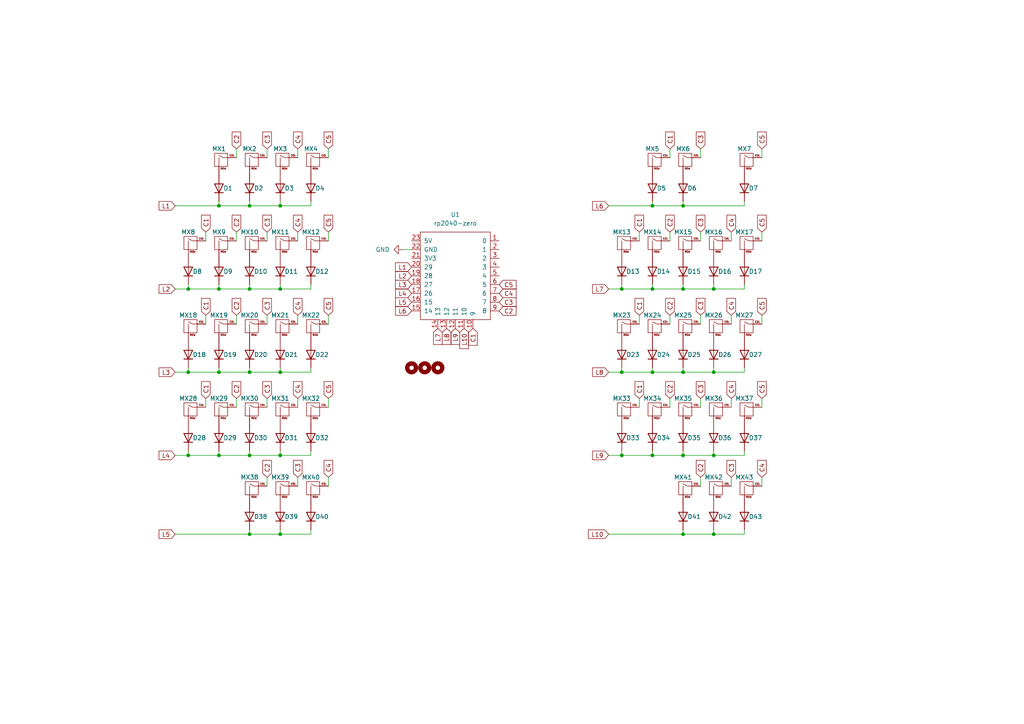
<source format=kicad_sch>
(kicad_sch (version 20230121) (generator eeschema)
  (paper "A4")
  (lib_symbols
    (symbol "Diode:1N4148" (pin_numbers hide) (pin_names hide)
      (property "Reference" "D" (at 0 2.54 0))
      (property "Value" "1N4148" (at 0 -2.54 0))
      (symbol "1N4148_0_1"
        (polyline (pts (xy -1.27 1.27) (xy -1.27 -1.27)) (stroke (width 0.254)))
        (polyline (pts (xy 1.27 0) (xy -1.27 0)))
        (polyline (pts (xy 1.27 1.27) (xy 1.27 -1.27) (xy -1.27 0) (xy 1.27 1.27)) (stroke (width 0.254)))
      )
      (symbol "1N4148_1_1"
        (pin passive line (at -3.81 0 0) (length 2.54) (name "K") (number "1"))
        (pin passive line (at 3.81 0 180) (length 2.54) (name "A") (number "2"))
      )
    )
    (symbol "Mechanical:MountingHole" (pin_names (offset 1.016))
      (property "Reference" "H" (at 0 5.08 0))
      (property "Value" "MountingHole" (at 0 3.175 0))
      (symbol "MountingHole_0_1"
        (circle (center 0 0) (radius 1.27) (stroke (width 1.27)))
      )
    )
    (symbol "PCM_0xcb:MX" (pin_names (offset 1.016))
      (property "Reference" "MX" (at -0.635 1.905 0))
      (property "Value" "MX" (at 0.635 0.635 0))
      (symbol "MX_1_0"
        (text "COL" (at 2.54 0.635 0) (effects (font (size 0.508 0.508))))
      )
      (symbol "MX_1_1"
        (polyline (pts (xy -1.27 -2.54) (xy -1.27 0)))
        (polyline (pts (xy 1.27 0) (xy 0 0) (xy -1.27 0.635)))
        (polyline (pts (xy -2.54 1.27) (xy 1.27 1.27) (xy 1.27 -2.54) (xy -2.54 -2.54) (xy -2.54 1.27)))
        (text "ROW" (at 0 -3.175 0) (effects (font (size 0.508 0.508))))
        (pin passive line (at 3.81 0 180) (length 2.54) (name "COL") (number "1"))
        (pin passive line (at -1.27 -5.08 90) (length 2.54) (name "ROW") (number "2"))
      )
    )
    (symbol "_mcu:rp2040-zero" (pin_names (offset 1.016))
      (property "Reference" "U" (at 0 15.24 0))
      (property "Value" "rp2040-zero" (at 0 12.7 0))
      (symbol "rp2040-zero_0_1"
        (rectangle (start -10.16 11.43) (end 10.16 -13.97))
      )
      (symbol "rp2040-zero_1_1"
        (pin bidirectional line (at 12.7 8.89 180) (length 2.54) (name "0") (number "1"))
        (pin bidirectional line (at 5.08 -16.51 90) (length 2.54) (name "9") (number "10"))
        (pin bidirectional line (at 2.54 -16.51 90) (length 2.54) (name "10") (number "11"))
        (pin bidirectional line (at 0 -16.51 90) (length 2.54) (name "11") (number "12"))
        (pin bidirectional line (at -2.54 -16.51 90) (length 2.54) (name "12") (number "13"))
        (pin bidirectional line (at -5.08 -16.51 90) (length 2.54) (name "13") (number "14"))
        (pin bidirectional line (at -12.7 -11.43 0) (length 2.54) (name "14") (number "15"))
        (pin bidirectional line (at -12.7 -8.89 0) (length 2.54) (name "15") (number "16"))
        (pin bidirectional line (at -12.7 -6.35 0) (length 2.54) (name "26") (number "17"))
        (pin bidirectional line (at -12.7 -3.81 0) (length 2.54) (name "27") (number "18"))
        (pin bidirectional line (at -12.7 -1.27 0) (length 2.54) (name "28") (number "19"))
        (pin bidirectional line (at 12.7 6.35 180) (length 2.54) (name "1") (number "2"))
        (pin bidirectional line (at -12.7 1.27 0) (length 2.54) (name "29") (number "20"))
        (pin power_out line (at -12.7 3.81 0) (length 2.54) (name "3V3") (number "21"))
        (pin power_out line (at -12.7 6.35 0) (length 2.54) (name "GND") (number "22"))
        (pin power_out line (at -12.7 8.89 0) (length 2.54) (name "5V") (number "23"))
        (pin bidirectional line (at 12.7 3.81 180) (length 2.54) (name "2") (number "3"))
        (pin bidirectional line (at 12.7 1.27 180) (length 2.54) (name "3") (number "4"))
        (pin bidirectional line (at 12.7 -1.27 180) (length 2.54) (name "4") (number "5"))
        (pin bidirectional line (at 12.7 -3.81 180) (length 2.54) (name "5") (number "6"))
        (pin bidirectional line (at 12.7 -6.35 180) (length 2.54) (name "6") (number "7"))
        (pin bidirectional line (at 12.7 -8.89 180) (length 2.54) (name "7") (number "8"))
        (pin bidirectional line (at 12.7 -11.43 180) (length 2.54) (name "8") (number "9"))
      )
    )
    (symbol "power:GND" (power) (pin_names (offset 0))
      (property "Value" "GND" (at 0 -3.81 0))
      (symbol "GND_0_1"
        (polyline (pts (xy 0 0) (xy 0 -1.27) (xy 1.27 -1.27) (xy 0 -2.54) (xy -1.27 -1.27) (xy 0 -1.27)))
      )
      (symbol "GND_1_1"
        (pin power_in line (at 0 0 270) (length 0) hide (name "GND") (number "1"))
      )
    )
  )
  (junction (at 63.5 59.69))
  (junction (at 72.39 83.82))
  (junction (at 63.5 83.82))
  (junction (at 207.01 132.08))
  (junction (at 207.01 154.94))
  (junction (at 198.12 107.95))
  (junction (at 81.28 59.69))
  (junction (at 189.23 107.95))
  (junction (at 81.28 83.82))
  (junction (at 198.12 59.69))
  (junction (at 189.23 59.69))
  (junction (at 180.34 132.08))
  (junction (at 81.28 154.94))
  (junction (at 198.12 132.08))
  (junction (at 54.61 132.08))
  (junction (at 198.12 83.82))
  (junction (at 189.23 83.82))
  (junction (at 81.28 107.95))
  (junction (at 189.23 132.08))
  (junction (at 54.61 83.82))
  (junction (at 180.34 107.95))
  (junction (at 72.39 154.94))
  (junction (at 72.39 132.08))
  (junction (at 54.61 107.95))
  (junction (at 198.12 154.94))
  (junction (at 81.28 132.08))
  (junction (at 63.5 107.95))
  (junction (at 207.01 83.82))
  (junction (at 180.34 83.82))
  (junction (at 63.5 132.08))
  (junction (at 72.39 59.69))
  (junction (at 72.39 107.95))
  (junction (at 207.01 107.95))
  (wire (pts (xy 176.53 132.08) (xy 180.34 132.08)))
  (wire (pts (xy 95.25 138.43) (xy 95.25 140.97)))
  (wire (pts (xy 176.53 59.69) (xy 189.23 59.69)))
  (wire (pts (xy 220.98 43.18) (xy 220.98 45.72)))
  (wire (pts (xy 220.98 67.31) (xy 220.98 69.85)))
  (wire (pts (xy 198.12 83.82) (xy 198.12 82.55)))
  (wire (pts (xy 185.42 67.31) (xy 185.42 69.85)))
  (wire (pts (xy 95.25 43.18) (xy 95.25 45.72)))
  (wire (pts (xy 189.23 132.08) (xy 198.12 132.08)))
  (wire (pts (xy 86.36 43.18) (xy 86.36 45.72)))
  (wire (pts (xy 81.28 132.08) (xy 90.17 132.08)))
  (wire (pts (xy 203.2 91.44) (xy 203.2 93.98)))
  (wire (pts (xy 212.09 91.44) (xy 212.09 93.98)))
  (wire (pts (xy 220.98 138.43) (xy 220.98 140.97)))
  (wire (pts (xy 72.39 132.08) (xy 81.28 132.08)))
  (wire (pts (xy 54.61 107.95) (xy 63.5 107.95)))
  (wire (pts (xy 194.31 43.18) (xy 194.31 45.72)))
  (wire (pts (xy 81.28 59.69) (xy 81.28 58.42)))
  (wire (pts (xy 176.53 107.95) (xy 180.34 107.95)))
  (wire (pts (xy 81.28 154.94) (xy 81.28 153.67)))
  (wire (pts (xy 72.39 83.82) (xy 81.28 83.82)))
  (wire (pts (xy 198.12 132.08) (xy 207.01 132.08)))
  (wire (pts (xy 198.12 154.94) (xy 198.12 153.67)))
  (wire (pts (xy 198.12 132.08) (xy 198.12 130.81)))
  (wire (pts (xy 81.28 132.08) (xy 81.28 130.81)))
  (wire (pts (xy 180.34 132.08) (xy 189.23 132.08)))
  (wire (pts (xy 72.39 154.94) (xy 81.28 154.94)))
  (wire (pts (xy 68.58 91.44) (xy 68.58 93.98)))
  (wire (pts (xy 59.69 67.31) (xy 59.69 69.85)))
  (wire (pts (xy 81.28 83.82) (xy 90.17 83.82)))
  (wire (pts (xy 198.12 107.95) (xy 198.12 106.68)))
  (wire (pts (xy 207.01 154.94) (xy 215.9 154.94)))
  (wire (pts (xy 176.53 83.82) (xy 180.34 83.82)))
  (wire (pts (xy 77.47 67.31) (xy 77.47 69.85)))
  (wire (pts (xy 63.5 59.69) (xy 63.5 58.42)))
  (wire (pts (xy 90.17 59.69) (xy 90.17 58.42)))
  (wire (pts (xy 189.23 59.69) (xy 198.12 59.69)))
  (wire (pts (xy 50.8 59.69) (xy 63.5 59.69)))
  (wire (pts (xy 180.34 107.95) (xy 180.34 106.68)))
  (wire (pts (xy 194.31 115.57) (xy 194.31 118.11)))
  (wire (pts (xy 81.28 107.95) (xy 90.17 107.95)))
  (wire (pts (xy 215.9 83.82) (xy 215.9 82.55)))
  (wire (pts (xy 215.9 59.69) (xy 215.9 58.42)))
  (wire (pts (xy 95.25 67.31) (xy 95.25 69.85)))
  (wire (pts (xy 50.8 107.95) (xy 54.61 107.95)))
  (wire (pts (xy 81.28 154.94) (xy 90.17 154.94)))
  (wire (pts (xy 198.12 59.69) (xy 215.9 59.69)))
  (wire (pts (xy 72.39 83.82) (xy 72.39 82.55)))
  (wire (pts (xy 81.28 83.82) (xy 81.28 82.55)))
  (wire (pts (xy 72.39 59.69) (xy 72.39 58.42)))
  (wire (pts (xy 68.58 43.18) (xy 68.58 45.72)))
  (wire (pts (xy 207.01 107.95) (xy 207.01 106.68)))
  (wire (pts (xy 176.53 154.94) (xy 198.12 154.94)))
  (wire (pts (xy 212.09 67.31) (xy 212.09 69.85)))
  (wire (pts (xy 203.2 43.18) (xy 203.2 45.72)))
  (wire (pts (xy 207.01 132.08) (xy 207.01 130.81)))
  (wire (pts (xy 215.9 107.95) (xy 215.9 106.68)))
  (wire (pts (xy 72.39 132.08) (xy 72.39 130.81)))
  (wire (pts (xy 180.34 83.82) (xy 180.34 82.55)))
  (wire (pts (xy 194.31 91.44) (xy 194.31 93.98)))
  (wire (pts (xy 189.23 83.82) (xy 189.23 82.55)))
  (wire (pts (xy 63.5 132.08) (xy 63.5 130.81)))
  (wire (pts (xy 54.61 83.82) (xy 54.61 82.55)))
  (wire (pts (xy 72.39 107.95) (xy 72.39 106.68)))
  (wire (pts (xy 116.84 72.39) (xy 119.38 72.39)))
  (wire (pts (xy 95.25 91.44) (xy 95.25 93.98)))
  (wire (pts (xy 54.61 83.82) (xy 63.5 83.82)))
  (wire (pts (xy 77.47 43.18) (xy 77.47 45.72)))
  (wire (pts (xy 68.58 67.31) (xy 68.58 69.85)))
  (wire (pts (xy 72.39 154.94) (xy 72.39 153.67)))
  (wire (pts (xy 220.98 115.57) (xy 220.98 118.11)))
  (wire (pts (xy 198.12 83.82) (xy 207.01 83.82)))
  (wire (pts (xy 63.5 83.82) (xy 63.5 82.55)))
  (wire (pts (xy 81.28 107.95) (xy 81.28 106.68)))
  (wire (pts (xy 77.47 138.43) (xy 77.47 140.97)))
  (wire (pts (xy 63.5 107.95) (xy 63.5 106.68)))
  (wire (pts (xy 189.23 107.95) (xy 189.23 106.68)))
  (wire (pts (xy 212.09 115.57) (xy 212.09 118.11)))
  (wire (pts (xy 203.2 115.57) (xy 203.2 118.11)))
  (wire (pts (xy 72.39 107.95) (xy 81.28 107.95)))
  (wire (pts (xy 86.36 115.57) (xy 86.36 118.11)))
  (wire (pts (xy 189.23 83.82) (xy 198.12 83.82)))
  (wire (pts (xy 50.8 83.82) (xy 54.61 83.82)))
  (wire (pts (xy 86.36 67.31) (xy 86.36 69.85)))
  (wire (pts (xy 54.61 132.08) (xy 63.5 132.08)))
  (wire (pts (xy 77.47 115.57) (xy 77.47 118.11)))
  (wire (pts (xy 81.28 59.69) (xy 90.17 59.69)))
  (wire (pts (xy 54.61 107.95) (xy 54.61 106.68)))
  (wire (pts (xy 207.01 83.82) (xy 215.9 83.82)))
  (wire (pts (xy 189.23 107.95) (xy 198.12 107.95)))
  (wire (pts (xy 180.34 83.82) (xy 189.23 83.82)))
  (wire (pts (xy 207.01 132.08) (xy 215.9 132.08)))
  (wire (pts (xy 212.09 138.43) (xy 212.09 140.97)))
  (wire (pts (xy 207.01 154.94) (xy 207.01 153.67)))
  (wire (pts (xy 72.39 59.69) (xy 81.28 59.69)))
  (wire (pts (xy 215.9 154.94) (xy 215.9 153.67)))
  (wire (pts (xy 198.12 154.94) (xy 207.01 154.94)))
  (wire (pts (xy 198.12 59.69) (xy 198.12 58.42)))
  (wire (pts (xy 95.25 115.57) (xy 95.25 118.11)))
  (wire (pts (xy 50.8 132.08) (xy 54.61 132.08)))
  (wire (pts (xy 63.5 59.69) (xy 72.39 59.69)))
  (wire (pts (xy 90.17 132.08) (xy 90.17 130.81)))
  (wire (pts (xy 50.8 154.94) (xy 72.39 154.94)))
  (wire (pts (xy 54.61 132.08) (xy 54.61 130.81)))
  (wire (pts (xy 198.12 107.95) (xy 207.01 107.95)))
  (wire (pts (xy 207.01 83.82) (xy 207.01 82.55)))
  (wire (pts (xy 63.5 132.08) (xy 72.39 132.08)))
  (wire (pts (xy 189.23 132.08) (xy 189.23 130.81)))
  (wire (pts (xy 203.2 138.43) (xy 203.2 140.97)))
  (wire (pts (xy 59.69 91.44) (xy 59.69 93.98)))
  (wire (pts (xy 180.34 107.95) (xy 189.23 107.95)))
  (wire (pts (xy 207.01 107.95) (xy 215.9 107.95)))
  (wire (pts (xy 86.36 91.44) (xy 86.36 93.98)))
  (wire (pts (xy 68.58 115.57) (xy 68.58 118.11)))
  (wire (pts (xy 63.5 107.95) (xy 72.39 107.95)))
  (wire (pts (xy 185.42 115.57) (xy 185.42 118.11)))
  (wire (pts (xy 59.69 115.57) (xy 59.69 118.11)))
  (wire (pts (xy 63.5 83.82) (xy 72.39 83.82)))
  (wire (pts (xy 215.9 132.08) (xy 215.9 130.81)))
  (wire (pts (xy 90.17 107.95) (xy 90.17 106.68)))
  (wire (pts (xy 180.34 132.08) (xy 180.34 130.81)))
  (wire (pts (xy 203.2 67.31) (xy 203.2 69.85)))
  (wire (pts (xy 90.17 154.94) (xy 90.17 153.67)))
  (wire (pts (xy 189.23 59.69) (xy 189.23 58.42)))
  (wire (pts (xy 185.42 91.44) (xy 185.42 93.98)))
  (wire (pts (xy 86.36 138.43) (xy 86.36 140.97)))
  (wire (pts (xy 77.47 91.44) (xy 77.47 93.98)))
  (wire (pts (xy 220.98 91.44) (xy 220.98 93.98)))
  (wire (pts (xy 90.17 83.82) (xy 90.17 82.55)))
  (wire (pts (xy 194.31 67.31) (xy 194.31 69.85)))
  (global_label "C4" (shape input) (at 220.98 138.43 90) (property "Intersheetrefs" "${INTERSHEET_REFS}" (effects hide)))
  (global_label "L9" (shape input) (at 176.53 132.08 180) (property "Intersheetrefs" "${INTERSHEET_REFS}" (effects hide)))
  (global_label "C5" (shape input) (at 144.78 82.55 0) (property "Intersheetrefs" "${INTERSHEET_REFS}" (effects hide)))
  (global_label "C4" (shape input) (at 212.09 91.44 90) (property "Intersheetrefs" "${INTERSHEET_REFS}" (effects hide)))
  (global_label "C3" (shape input) (at 203.2 91.44 90) (property "Intersheetrefs" "${INTERSHEET_REFS}" (effects hide)))
  (global_label "C2" (shape input) (at 144.78 90.17 0) (property "Intersheetrefs" "${INTERSHEET_REFS}" (effects hide)))
  (global_label "C4" (shape input) (at 212.09 115.57 90) (property "Intersheetrefs" "${INTERSHEET_REFS}" (effects hide)))
  (global_label "C3" (shape input) (at 203.2 67.31 90) (property "Intersheetrefs" "${INTERSHEET_REFS}" (effects hide)))
  (global_label "L4" (shape input) (at 50.8 132.08 180) (property "Intersheetrefs" "${INTERSHEET_REFS}" (effects hide)))
  (global_label "C3" (shape input) (at 144.78 87.63 0) (property "Intersheetrefs" "${INTERSHEET_REFS}" (effects hide)))
  (global_label "L10" (shape input) (at 176.53 154.94 180) (property "Intersheetrefs" "${INTERSHEET_REFS}" (effects hide)))
  (global_label "C4" (shape input) (at 86.36 67.31 90) (property "Intersheetrefs" "${INTERSHEET_REFS}" (effects hide)))
  (global_label "C3" (shape input) (at 86.36 138.43 90) (property "Intersheetrefs" "${INTERSHEET_REFS}" (effects hide)))
  (global_label "C3" (shape input) (at 203.2 115.57 90) (property "Intersheetrefs" "${INTERSHEET_REFS}" (effects hide)))
  (global_label "L10" (shape input) (at 134.62 95.25 270) (property "Intersheetrefs" "${INTERSHEET_REFS}" (effects hide)))
  (global_label "L1" (shape input) (at 50.8 59.69 180) (property "Intersheetrefs" "${INTERSHEET_REFS}" (effects hide)))
  (global_label "C2" (shape input) (at 68.58 43.18 90) (property "Intersheetrefs" "${INTERSHEET_REFS}" (effects hide)))
  (global_label "C3" (shape input) (at 77.47 115.57 90) (property "Intersheetrefs" "${INTERSHEET_REFS}" (effects hide)))
  (global_label "L7" (shape input) (at 127 95.25 270) (property "Intersheetrefs" "${INTERSHEET_REFS}" (effects hide)))
  (global_label "C5" (shape input) (at 95.25 67.31 90) (property "Intersheetrefs" "${INTERSHEET_REFS}" (effects hide)))
  (global_label "C4" (shape input) (at 86.36 115.57 90) (property "Intersheetrefs" "${INTERSHEET_REFS}" (effects hide)))
  (global_label "L3" (shape input) (at 50.8 107.95 180) (property "Intersheetrefs" "${INTERSHEET_REFS}" (effects hide)))
  (global_label "C1" (shape input) (at 185.42 67.31 90) (property "Intersheetrefs" "${INTERSHEET_REFS}" (effects hide)))
  (global_label "C5" (shape input) (at 95.25 115.57 90) (property "Intersheetrefs" "${INTERSHEET_REFS}" (effects hide)))
  (global_label "C2" (shape input) (at 194.31 67.31 90) (property "Intersheetrefs" "${INTERSHEET_REFS}" (effects hide)))
  (global_label "C4" (shape input) (at 86.36 43.18 90) (property "Intersheetrefs" "${INTERSHEET_REFS}" (effects hide)))
  (global_label "L1" (shape input) (at 119.38 77.47 180) (property "Intersheetrefs" "${INTERSHEET_REFS}" (effects hide)))
  (global_label "C2" (shape input) (at 68.58 91.44 90) (property "Intersheetrefs" "${INTERSHEET_REFS}" (effects hide)))
  (global_label "C5" (shape input) (at 95.25 91.44 90) (property "Intersheetrefs" "${INTERSHEET_REFS}" (effects hide)))
  (global_label "L2" (shape input) (at 50.8 83.82 180) (property "Intersheetrefs" "${INTERSHEET_REFS}" (effects hide)))
  (global_label "L5" (shape input) (at 50.8 154.94 180) (property "Intersheetrefs" "${INTERSHEET_REFS}" (effects hide)))
  (global_label "C1" (shape input) (at 59.69 115.57 90) (property "Intersheetrefs" "${INTERSHEET_REFS}" (effects hide)))
  (global_label "L4" (shape input) (at 119.38 85.09 180) (property "Intersheetrefs" "${INTERSHEET_REFS}" (effects hide)))
  (global_label "C5" (shape input) (at 220.98 115.57 90) (property "Intersheetrefs" "${INTERSHEET_REFS}" (effects hide)))
  (global_label "C3" (shape input) (at 77.47 67.31 90) (property "Intersheetrefs" "${INTERSHEET_REFS}" (effects hide)))
  (global_label "L8" (shape input) (at 176.53 107.95 180) (property "Intersheetrefs" "${INTERSHEET_REFS}" (effects hide)))
  (global_label "C3" (shape input) (at 212.09 138.43 90) (property "Intersheetrefs" "${INTERSHEET_REFS}" (effects hide)))
  (global_label "L7" (shape input) (at 176.53 83.82 180) (property "Intersheetrefs" "${INTERSHEET_REFS}" (effects hide)))
  (global_label "L5" (shape input) (at 119.38 87.63 180) (property "Intersheetrefs" "${INTERSHEET_REFS}" (effects hide)))
  (global_label "C2" (shape input) (at 203.2 138.43 90) (property "Intersheetrefs" "${INTERSHEET_REFS}" (effects hide)))
  (global_label "C1" (shape input) (at 59.69 67.31 90) (property "Intersheetrefs" "${INTERSHEET_REFS}" (effects hide)))
  (global_label "C2" (shape input) (at 68.58 115.57 90) (property "Intersheetrefs" "${INTERSHEET_REFS}" (effects hide)))
  (global_label "L3" (shape input) (at 119.38 82.55 180) (property "Intersheetrefs" "${INTERSHEET_REFS}" (effects hide)))
  (global_label "C3" (shape input) (at 77.47 43.18 90) (property "Intersheetrefs" "${INTERSHEET_REFS}" (effects hide)))
  (global_label "L8" (shape input) (at 129.54 95.25 270) (property "Intersheetrefs" "${INTERSHEET_REFS}" (effects hide)))
  (global_label "C3" (shape input) (at 77.47 91.44 90) (property "Intersheetrefs" "${INTERSHEET_REFS}" (effects hide)))
  (global_label "C5" (shape input) (at 220.98 43.18 90) (property "Intersheetrefs" "${INTERSHEET_REFS}" (effects hide)))
  (global_label "C2" (shape input) (at 77.47 138.43 90) (property "Intersheetrefs" "${INTERSHEET_REFS}" (effects hide)))
  (global_label "C1" (shape input) (at 137.16 95.25 270) (property "Intersheetrefs" "${INTERSHEET_REFS}" (effects hide)))
  (global_label "C1" (shape input) (at 59.69 91.44 90) (property "Intersheetrefs" "${INTERSHEET_REFS}" (effects hide)))
  (global_label "C1" (shape input) (at 185.42 115.57 90) (property "Intersheetrefs" "${INTERSHEET_REFS}" (effects hide)))
  (global_label "C3" (shape input) (at 203.2 43.18 90) (property "Intersheetrefs" "${INTERSHEET_REFS}" (effects hide)))
  (global_label "C1" (shape input) (at 185.42 91.44 90) (property "Intersheetrefs" "${INTERSHEET_REFS}" (effects hide)))
  (global_label "L2" (shape input) (at 119.38 80.01 180) (property "Intersheetrefs" "${INTERSHEET_REFS}" (effects hide)))
  (global_label "C2" (shape input) (at 194.31 91.44 90) (property "Intersheetrefs" "${INTERSHEET_REFS}" (effects hide)))
  (global_label "C5" (shape input) (at 95.25 43.18 90) (property "Intersheetrefs" "${INTERSHEET_REFS}" (effects hide)))
  (global_label "L6" (shape input) (at 119.38 90.17 180) (property "Intersheetrefs" "${INTERSHEET_REFS}" (effects hide)))
  (global_label "C4" (shape input) (at 144.78 85.09 0) (property "Intersheetrefs" "${INTERSHEET_REFS}" (effects hide)))
  (global_label "C2" (shape input) (at 68.58 67.31 90) (property "Intersheetrefs" "${INTERSHEET_REFS}" (effects hide)))
  (global_label "C2" (shape input) (at 194.31 115.57 90) (property "Intersheetrefs" "${INTERSHEET_REFS}" (effects hide)))
  (global_label "C5" (shape input) (at 220.98 91.44 90) (property "Intersheetrefs" "${INTERSHEET_REFS}" (effects hide)))
  (global_label "L9" (shape input) (at 132.08 95.25 270) (property "Intersheetrefs" "${INTERSHEET_REFS}" (effects hide)))
  (global_label "L6" (shape input) (at 176.53 59.69 180) (property "Intersheetrefs" "${INTERSHEET_REFS}" (effects hide)))
  (global_label "C4" (shape input) (at 212.09 67.31 90) (property "Intersheetrefs" "${INTERSHEET_REFS}" (effects hide)))
  (global_label "C4" (shape input) (at 95.25 138.43 90) (property "Intersheetrefs" "${INTERSHEET_REFS}" (effects hide)))
  (global_label "C4" (shape input) (at 86.36 91.44 90) (property "Intersheetrefs" "${INTERSHEET_REFS}" (effects hide)))
  (global_label "C1" (shape input) (at 194.31 43.18 90) (property "Intersheetrefs" "${INTERSHEET_REFS}" (effects hide)))
  (global_label "C5" (shape input) (at 220.98 67.31 90) (property "Intersheetrefs" "${INTERSHEET_REFS}" (effects hide)))
  (symbol (lib_id "PCM_0xcb:MX") (at 190.5 93.98 0) (unit 1)
    (property "Reference" "MX24" (at 189.23 91.44 0))
    (property "Value" "MX" (effects hide))
    (property "Footprint" "_mx:MX-Alps-Hybrid-1U" (effects hide))
  )
  (symbol (lib_id "Diode:1N4148") (at 63.5 78.74 90) (unit 1)
    (property "Reference" "D9" (at 64.77 78.74 90) (effects (justify right)))
    (property "Value" "1N4148" (effects hide))
    (property "Footprint" "Diode_THT:D_DO-35_SOD27_P7.62mm_Horizontal" (effects hide))
    (property "Datasheet" "https://assets.nexperia.com/documents/data-sheet/1N4148_1N4448.pdf" (effects hide))
    (property "Sim.Device" "D" (effects hide))
    (property "Sim.Pins" "1=K 2=A" (effects hide))
  )
  (symbol (lib_id "Diode:1N4148") (at 198.12 102.87 90) (unit 1)
    (property "Reference" "D25" (at 199.39 102.87 90) (effects (justify right)))
    (property "Value" "1N4148" (effects hide))
    (property "Footprint" "Diode_THT:D_DO-35_SOD27_P7.62mm_Horizontal" (effects hide))
    (property "Datasheet" "https://assets.nexperia.com/documents/data-sheet/1N4148_1N4448.pdf" (effects hide))
    (property "Sim.Device" "D" (effects hide))
    (property "Sim.Pins" "1=K 2=A" (effects hide))
  )
  (symbol (lib_id "_mcu:rp2040-zero") (at 132.08 78.74 0) (unit 1)
    (property "Reference" "U1" (at 132.08 62.23 0))
    (property "Value" "rp2040-zero" (at 132.08 64.77 0))
    (property "Footprint" "_mcu:rp2040-zero-tht" (effects hide))
  )
  (symbol (lib_id "PCM_0xcb:MX") (at 73.66 45.72 0) (unit 1)
    (property "Reference" "MX2" (at 72.39 43.18 0))
    (property "Value" "MX" (effects hide))
    (property "Footprint" "_mx:MX-Alps-Hybrid-1U" (effects hide))
  )
  (symbol (lib_id "PCM_0xcb:MX") (at 82.55 140.97 0) (unit 1)
    (property "Reference" "MX39" (at 81.28 138.43 0))
    (property "Value" "MX" (effects hide))
    (property "Footprint" "_mx:MX-Alps-Hybrid-1U" (effects hide))
  )
  (symbol (lib_id "Diode:1N4148") (at 90.17 127 90) (unit 1)
    (property "Reference" "D32" (at 91.44 127 90) (effects (justify right)))
    (property "Value" "1N4148" (effects hide))
    (property "Footprint" "Diode_THT:D_DO-35_SOD27_P7.62mm_Horizontal" (effects hide))
    (property "Datasheet" "https://assets.nexperia.com/documents/data-sheet/1N4148_1N4448.pdf" (effects hide))
    (property "Sim.Device" "D" (effects hide))
    (property "Sim.Pins" "1=K 2=A" (effects hide))
  )
  (symbol (lib_id "Diode:1N4148") (at 189.23 127 90) (unit 1)
    (property "Reference" "D34" (at 190.5 127 90) (effects (justify right)))
    (property "Value" "1N4148" (effects hide))
    (property "Footprint" "Diode_THT:D_DO-35_SOD27_P7.62mm_Horizontal" (effects hide))
    (property "Datasheet" "https://assets.nexperia.com/documents/data-sheet/1N4148_1N4448.pdf" (effects hide))
    (property "Sim.Device" "D" (effects hide))
    (property "Sim.Pins" "1=K 2=A" (effects hide))
  )
  (symbol (lib_id "Diode:1N4148") (at 81.28 127 90) (unit 1)
    (property "Reference" "D31" (at 82.55 127 90) (effects (justify right)))
    (property "Value" "1N4148" (effects hide))
    (property "Footprint" "Diode_THT:D_DO-35_SOD27_P7.62mm_Horizontal" (effects hide))
    (property "Datasheet" "https://assets.nexperia.com/documents/data-sheet/1N4148_1N4448.pdf" (effects hide))
    (property "Sim.Device" "D" (effects hide))
    (property "Sim.Pins" "1=K 2=A" (effects hide))
  )
  (symbol (lib_id "Diode:1N4148") (at 207.01 102.87 90) (unit 1)
    (property "Reference" "D26" (at 208.28 102.87 90) (effects (justify right)))
    (property "Value" "1N4148" (effects hide))
    (property "Footprint" "Diode_THT:D_DO-35_SOD27_P7.62mm_Horizontal" (effects hide))
    (property "Datasheet" "https://assets.nexperia.com/documents/data-sheet/1N4148_1N4448.pdf" (effects hide))
    (property "Sim.Device" "D" (effects hide))
    (property "Sim.Pins" "1=K 2=A" (effects hide))
  )
  (symbol (lib_id "PCM_0xcb:MX") (at 55.88 118.11 0) (unit 1)
    (property "Reference" "MX28" (at 54.61 115.57 0))
    (property "Value" "MX" (effects hide))
    (property "Footprint" "_mx:MX-Alps-Hybrid-1.25U" (effects hide))
  )
  (symbol (lib_id "PCM_0xcb:MX") (at 199.39 93.98 0) (unit 1)
    (property "Reference" "MX25" (at 198.12 91.44 0))
    (property "Value" "MX" (effects hide))
    (property "Footprint" "_mx:MX-Alps-Hybrid-1U" (effects hide))
  )
  (symbol (lib_id "PCM_0xcb:MX") (at 217.17 69.85 0) (unit 1)
    (property "Reference" "MX17" (at 215.9 67.31 0))
    (property "Value" "MX" (effects hide))
    (property "Footprint" "_mx:MX-Alps-Hybrid-1U" (effects hide))
  )
  (symbol (lib_id "Diode:1N4148") (at 81.28 78.74 90) (unit 1)
    (property "Reference" "D11" (at 82.55 78.74 90) (effects (justify right)))
    (property "Value" "1N4148" (effects hide))
    (property "Footprint" "Diode_THT:D_DO-35_SOD27_P7.62mm_Horizontal" (effects hide))
    (property "Datasheet" "https://assets.nexperia.com/documents/data-sheet/1N4148_1N4448.pdf" (effects hide))
    (property "Sim.Device" "D" (effects hide))
    (property "Sim.Pins" "1=K 2=A" (effects hide))
  )
  (symbol (lib_id "Diode:1N4148") (at 215.9 78.74 90) (unit 1)
    (property "Reference" "D17" (at 217.17 78.74 90) (effects (justify right)))
    (property "Value" "1N4148" (effects hide))
    (property "Footprint" "Diode_THT:D_DO-35_SOD27_P7.62mm_Horizontal" (effects hide))
    (property "Datasheet" "https://assets.nexperia.com/documents/data-sheet/1N4148_1N4448.pdf" (effects hide))
    (property "Sim.Device" "D" (effects hide))
    (property "Sim.Pins" "1=K 2=A" (effects hide))
  )
  (symbol (lib_id "Diode:1N4148") (at 90.17 78.74 90) (unit 1)
    (property "Reference" "D12" (at 91.44 78.74 90) (effects (justify right)))
    (property "Value" "1N4148" (effects hide))
    (property "Footprint" "Diode_THT:D_DO-35_SOD27_P7.62mm_Horizontal" (effects hide))
    (property "Datasheet" "https://assets.nexperia.com/documents/data-sheet/1N4148_1N4448.pdf" (effects hide))
    (property "Sim.Device" "D" (effects hide))
    (property "Sim.Pins" "1=K 2=A" (effects hide))
  )
  (symbol (lib_id "Diode:1N4148") (at 207.01 149.86 90) (unit 1)
    (property "Reference" "D42" (at 208.28 149.86 90) (effects (justify right)))
    (property "Value" "1N4148" (effects hide))
    (property "Footprint" "Diode_THT:D_DO-35_SOD27_P7.62mm_Horizontal" (effects hide))
    (property "Datasheet" "https://assets.nexperia.com/documents/data-sheet/1N4148_1N4448.pdf" (effects hide))
    (property "Sim.Device" "D" (effects hide))
    (property "Sim.Pins" "1=K 2=A" (effects hide))
  )
  (symbol (lib_id "PCM_0xcb:MX") (at 208.28 118.11 0) (unit 1)
    (property "Reference" "MX36" (at 207.01 115.57 0))
    (property "Value" "MX" (effects hide))
    (property "Footprint" "_mx:MX-Alps-Hybrid-1U" (effects hide))
  )
  (symbol (lib_id "Diode:1N4148") (at 180.34 78.74 90) (unit 1)
    (property "Reference" "D13" (at 181.61 78.74 90) (effects (justify right)))
    (property "Value" "1N4148" (effects hide))
    (property "Footprint" "Diode_THT:D_DO-35_SOD27_P7.62mm_Horizontal" (effects hide))
    (property "Datasheet" "https://assets.nexperia.com/documents/data-sheet/1N4148_1N4448.pdf" (effects hide))
    (property "Sim.Device" "D" (effects hide))
    (property "Sim.Pins" "1=K 2=A" (effects hide))
  )
  (symbol (lib_id "Diode:1N4148") (at 180.34 127 90) (unit 1)
    (property "Reference" "D33" (at 181.61 127 90) (effects (justify right)))
    (property "Value" "1N4148" (effects hide))
    (property "Footprint" "Diode_THT:D_DO-35_SOD27_P7.62mm_Horizontal" (effects hide))
    (property "Datasheet" "https://assets.nexperia.com/documents/data-sheet/1N4148_1N4448.pdf" (effects hide))
    (property "Sim.Device" "D" (effects hide))
    (property "Sim.Pins" "1=K 2=A" (effects hide))
  )
  (symbol (lib_id "Diode:1N4148") (at 63.5 54.61 90) (unit 1)
    (property "Reference" "D1" (at 64.77 54.61 90) (effects (justify right)))
    (property "Value" "1N4148" (effects hide))
    (property "Footprint" "Diode_THT:D_DO-35_SOD27_P7.62mm_Horizontal" (effects hide))
    (property "Datasheet" "https://assets.nexperia.com/documents/data-sheet/1N4148_1N4448.pdf" (effects hide))
    (property "Sim.Device" "D" (effects hide))
    (property "Sim.Pins" "1=K 2=A" (effects hide))
  )
  (symbol (lib_id "Diode:1N4148") (at 198.12 54.61 90) (unit 1)
    (property "Reference" "D6" (at 199.39 54.61 90) (effects (justify right)))
    (property "Value" "1N4148" (effects hide))
    (property "Footprint" "Diode_THT:D_DO-35_SOD27_P7.62mm_Horizontal" (effects hide))
    (property "Datasheet" "https://assets.nexperia.com/documents/data-sheet/1N4148_1N4448.pdf" (effects hide))
    (property "Sim.Device" "D" (effects hide))
    (property "Sim.Pins" "1=K 2=A" (effects hide))
  )
  (symbol (lib_id "PCM_0xcb:MX") (at 64.77 69.85 0) (unit 1)
    (property "Reference" "MX9" (at 63.5 67.31 0))
    (property "Value" "MX" (effects hide))
    (property "Footprint" "_mx:MX-Alps-Hybrid-1U" (effects hide))
  )
  (symbol (lib_id "Diode:1N4148") (at 63.5 102.87 90) (unit 1)
    (property "Reference" "D19" (at 64.77 102.87 90) (effects (justify right)))
    (property "Value" "1N4148" (effects hide))
    (property "Footprint" "Diode_THT:D_DO-35_SOD27_P7.62mm_Horizontal" (effects hide))
    (property "Datasheet" "https://assets.nexperia.com/documents/data-sheet/1N4148_1N4448.pdf" (effects hide))
    (property "Sim.Device" "D" (effects hide))
    (property "Sim.Pins" "1=K 2=A" (effects hide))
  )
  (symbol (lib_id "Diode:1N4148") (at 81.28 149.86 90) (unit 1)
    (property "Reference" "D39" (at 82.55 149.86 90) (effects (justify right)))
    (property "Value" "1N4148" (effects hide))
    (property "Footprint" "Diode_THT:D_DO-35_SOD27_P7.62mm_Horizontal" (effects hide))
    (property "Datasheet" "https://assets.nexperia.com/documents/data-sheet/1N4148_1N4448.pdf" (effects hide))
    (property "Sim.Device" "D" (effects hide))
    (property "Sim.Pins" "1=K 2=A" (effects hide))
  )
  (symbol (lib_id "PCM_0xcb:MX") (at 181.61 93.98 0) (unit 1)
    (property "Reference" "MX23" (at 180.34 91.44 0))
    (property "Value" "MX" (effects hide))
    (property "Footprint" "_mx:MX-Alps-Hybrid-1U" (effects hide))
  )
  (symbol (lib_id "PCM_0xcb:MX") (at 82.55 45.72 0) (unit 1)
    (property "Reference" "MX3" (at 81.28 43.18 0))
    (property "Value" "MX" (effects hide))
    (property "Footprint" "_mx:MX-Alps-Hybrid-1U" (effects hide))
  )
  (symbol (lib_id "Diode:1N4148") (at 189.23 54.61 90) (unit 1)
    (property "Reference" "D5" (at 190.5 54.61 90) (effects (justify right)))
    (property "Value" "1N4148" (effects hide))
    (property "Footprint" "Diode_THT:D_DO-35_SOD27_P7.62mm_Horizontal" (effects hide))
    (property "Datasheet" "https://assets.nexperia.com/documents/data-sheet/1N4148_1N4448.pdf" (effects hide))
    (property "Sim.Device" "D" (effects hide))
    (property "Sim.Pins" "1=K 2=A" (effects hide))
  )
  (symbol (lib_id "power:GND") (at 116.84 72.39 270) (unit 1)
    (property "Reference" "#PWR01" (effects hide))
    (property "Value" "GND" (at 113.03 72.39 90) (effects (justify right)))
  )
  (symbol (lib_id "PCM_0xcb:MX") (at 73.66 69.85 0) (unit 1)
    (property "Reference" "MX10" (at 72.39 67.31 0))
    (property "Value" "MX" (effects hide))
    (property "Footprint" "_mx:MX-Alps-Hybrid-1U" (effects hide))
  )
  (symbol (lib_id "Diode:1N4148") (at 198.12 78.74 90) (unit 1)
    (property "Reference" "D15" (at 199.39 78.74 90) (effects (justify right)))
    (property "Value" "1N4148" (effects hide))
    (property "Footprint" "Diode_THT:D_DO-35_SOD27_P7.62mm_Horizontal" (effects hide))
    (property "Datasheet" "https://assets.nexperia.com/documents/data-sheet/1N4148_1N4448.pdf" (effects hide))
    (property "Sim.Device" "D" (effects hide))
    (property "Sim.Pins" "1=K 2=A" (effects hide))
  )
  (symbol (lib_id "Diode:1N4148") (at 207.01 127 90) (unit 1)
    (property "Reference" "D36" (at 208.28 127 90) (effects (justify right)))
    (property "Value" "1N4148" (effects hide))
    (property "Footprint" "Diode_THT:D_DO-35_SOD27_P7.62mm_Horizontal" (effects hide))
    (property "Datasheet" "https://assets.nexperia.com/documents/data-sheet/1N4148_1N4448.pdf" (effects hide))
    (property "Sim.Device" "D" (effects hide))
    (property "Sim.Pins" "1=K 2=A" (effects hide))
  )
  (symbol (lib_id "Diode:1N4148") (at 180.34 102.87 90) (unit 1)
    (property "Reference" "D23" (at 181.61 102.87 90) (effects (justify right)))
    (property "Value" "1N4148" (effects hide))
    (property "Footprint" "Diode_THT:D_DO-35_SOD27_P7.62mm_Horizontal" (effects hide))
    (property "Datasheet" "https://assets.nexperia.com/documents/data-sheet/1N4148_1N4448.pdf" (effects hide))
    (property "Sim.Device" "D" (effects hide))
    (property "Sim.Pins" "1=K 2=A" (effects hide))
  )
  (symbol (lib_id "PCM_0xcb:MX") (at 82.55 93.98 0) (unit 1)
    (property "Reference" "MX21" (at 81.28 91.44 0))
    (property "Value" "MX" (effects hide))
    (property "Footprint" "_mx:MX-Alps-Hybrid-1U" (effects hide))
  )
  (symbol (lib_id "PCM_0xcb:MX") (at 91.44 93.98 0) (unit 1)
    (property "Reference" "MX22" (at 90.17 91.44 0))
    (property "Value" "MX" (effects hide))
    (property "Footprint" "_mx:MX-Alps-Hybrid-1U" (effects hide))
  )
  (symbol (lib_id "PCM_0xcb:MX") (at 82.55 118.11 0) (unit 1)
    (property "Reference" "MX31" (at 81.28 115.57 0))
    (property "Value" "MX" (effects hide))
    (property "Footprint" "_mx:MX-Alps-Hybrid-1U" (effects hide))
  )
  (symbol (lib_id "Diode:1N4148") (at 215.9 127 90) (unit 1)
    (property "Reference" "D37" (at 217.17 127 90) (effects (justify right)))
    (property "Value" "1N4148" (effects hide))
    (property "Footprint" "Diode_THT:D_DO-35_SOD27_P7.62mm_Horizontal" (effects hide))
    (property "Datasheet" "https://assets.nexperia.com/documents/data-sheet/1N4148_1N4448.pdf" (effects hide))
    (property "Sim.Device" "D" (effects hide))
    (property "Sim.Pins" "1=K 2=A" (effects hide))
  )
  (symbol (lib_id "Mechanical:MountingHole") (at 127 106.68 0) (unit 1)
    (property "Reference" "H3" (effects hide))
    (property "Value" "MountingHole" (effects hide))
    (property "Footprint" "MountingHole:MountingHole_2.2mm_M2" (effects hide))
  )
  (symbol (lib_id "Diode:1N4148") (at 215.9 54.61 90) (unit 1)
    (property "Reference" "D7" (at 217.17 54.61 90) (effects (justify right)))
    (property "Value" "1N4148" (effects hide))
    (property "Footprint" "Diode_THT:D_DO-35_SOD27_P7.62mm_Horizontal" (effects hide))
    (property "Datasheet" "https://assets.nexperia.com/documents/data-sheet/1N4148_1N4448.pdf" (effects hide))
    (property "Sim.Device" "D" (effects hide))
    (property "Sim.Pins" "1=K 2=A" (effects hide))
  )
  (symbol (lib_id "Diode:1N4148") (at 54.61 127 90) (unit 1)
    (property "Reference" "D28" (at 55.88 127 90) (effects (justify right)))
    (property "Value" "1N4148" (effects hide))
    (property "Footprint" "Diode_THT:D_DO-35_SOD27_P7.62mm_Horizontal" (effects hide))
    (property "Datasheet" "https://assets.nexperia.com/documents/data-sheet/1N4148_1N4448.pdf" (effects hide))
    (property "Sim.Device" "D" (effects hide))
    (property "Sim.Pins" "1=K 2=A" (effects hide))
  )
  (symbol (lib_id "PCM_0xcb:MX") (at 64.77 118.11 0) (unit 1)
    (property "Reference" "MX29" (at 63.5 115.57 0))
    (property "Value" "MX" (effects hide))
    (property "Footprint" "_mx:MX-Alps-Hybrid-1U" (effects hide))
  )
  (symbol (lib_id "Diode:1N4148") (at 54.61 102.87 90) (unit 1)
    (property "Reference" "D18" (at 55.88 102.87 90) (effects (justify right)))
    (property "Value" "1N4148" (effects hide))
    (property "Footprint" "Diode_THT:D_DO-35_SOD27_P7.62mm_Horizontal" (effects hide))
    (property "Datasheet" "https://assets.nexperia.com/documents/data-sheet/1N4148_1N4448.pdf" (effects hide))
    (property "Sim.Device" "D" (effects hide))
    (property "Sim.Pins" "1=K 2=A" (effects hide))
  )
  (symbol (lib_id "Diode:1N4148") (at 189.23 78.74 90) (unit 1)
    (property "Reference" "D14" (at 190.5 78.74 90) (effects (justify right)))
    (property "Value" "1N4148" (effects hide))
    (property "Footprint" "Diode_THT:D_DO-35_SOD27_P7.62mm_Horizontal" (effects hide))
    (property "Datasheet" "https://assets.nexperia.com/documents/data-sheet/1N4148_1N4448.pdf" (effects hide))
    (property "Sim.Device" "D" (effects hide))
    (property "Sim.Pins" "1=K 2=A" (effects hide))
  )
  (symbol (lib_id "PCM_0xcb:MX") (at 55.88 93.98 0) (unit 1)
    (property "Reference" "MX18" (at 54.61 91.44 0))
    (property "Value" "MX" (effects hide))
    (property "Footprint" "_mx:MX-Alps-Hybrid-1.25U" (effects hide))
  )
  (symbol (lib_id "PCM_0xcb:MX") (at 190.5 118.11 0) (unit 1)
    (property "Reference" "MX34" (at 189.23 115.57 0))
    (property "Value" "MX" (effects hide))
    (property "Footprint" "_mx:MX-Alps-Hybrid-1U" (effects hide))
  )
  (symbol (lib_id "PCM_0xcb:MX") (at 208.28 69.85 0) (unit 1)
    (property "Reference" "MX16" (at 207.01 67.31 0))
    (property "Value" "MX" (effects hide))
    (property "Footprint" "_mx:MX-Alps-Hybrid-1U" (effects hide))
  )
  (symbol (lib_id "Diode:1N4148") (at 90.17 54.61 90) (unit 1)
    (property "Reference" "D4" (at 91.44 54.61 90) (effects (justify right)))
    (property "Value" "1N4148" (effects hide))
    (property "Footprint" "Diode_THT:D_DO-35_SOD27_P7.62mm_Horizontal" (effects hide))
    (property "Datasheet" "https://assets.nexperia.com/documents/data-sheet/1N4148_1N4448.pdf" (effects hide))
    (property "Sim.Device" "D" (effects hide))
    (property "Sim.Pins" "1=K 2=A" (effects hide))
  )
  (symbol (lib_id "Diode:1N4148") (at 189.23 102.87 90) (unit 1)
    (property "Reference" "D24" (at 190.5 102.87 90) (effects (justify right)))
    (property "Value" "1N4148" (effects hide))
    (property "Footprint" "Diode_THT:D_DO-35_SOD27_P7.62mm_Horizontal" (effects hide))
    (property "Datasheet" "https://assets.nexperia.com/documents/data-sheet/1N4148_1N4448.pdf" (effects hide))
    (property "Sim.Device" "D" (effects hide))
    (property "Sim.Pins" "1=K 2=A" (effects hide))
  )
  (symbol (lib_id "Diode:1N4148") (at 72.39 149.86 90) (unit 1)
    (property "Reference" "D38" (at 73.66 149.86 90) (effects (justify right)))
    (property "Value" "1N4148" (effects hide))
    (property "Footprint" "Diode_THT:D_DO-35_SOD27_P7.62mm_Horizontal" (effects hide))
    (property "Datasheet" "https://assets.nexperia.com/documents/data-sheet/1N4148_1N4448.pdf" (effects hide))
    (property "Sim.Device" "D" (effects hide))
    (property "Sim.Pins" "1=K 2=A" (effects hide))
  )
  (symbol (lib_id "PCM_0xcb:MX") (at 64.77 93.98 0) (unit 1)
    (property "Reference" "MX19" (at 63.5 91.44 0))
    (property "Value" "MX" (effects hide))
    (property "Footprint" "_mx:MX-Alps-Hybrid-1U" (effects hide))
  )
  (symbol (lib_id "PCM_0xcb:MX") (at 91.44 69.85 0) (unit 1)
    (property "Reference" "MX12" (at 90.17 67.31 0))
    (property "Value" "MX" (effects hide))
    (property "Footprint" "_mx:MX-Alps-Hybrid-1U" (effects hide))
  )
  (symbol (lib_id "PCM_0xcb:MX") (at 208.28 93.98 0) (unit 1)
    (property "Reference" "MX26" (at 207.01 91.44 0))
    (property "Value" "MX" (effects hide))
    (property "Footprint" "_mx:MX-Alps-Hybrid-1U" (effects hide))
  )
  (symbol (lib_id "Diode:1N4148") (at 54.61 78.74 90) (unit 1)
    (property "Reference" "D8" (at 55.88 78.74 90) (effects (justify right)))
    (property "Value" "1N4148" (effects hide))
    (property "Footprint" "Diode_THT:D_DO-35_SOD27_P7.62mm_Horizontal" (effects hide))
    (property "Datasheet" "https://assets.nexperia.com/documents/data-sheet/1N4148_1N4448.pdf" (effects hide))
    (property "Sim.Device" "D" (effects hide))
    (property "Sim.Pins" "1=K 2=A" (effects hide))
  )
  (symbol (lib_id "PCM_0xcb:MX") (at 91.44 45.72 0) (unit 1)
    (property "Reference" "MX4" (at 90.17 43.18 0))
    (property "Value" "MX" (effects hide))
    (property "Footprint" "_mx:MX-Alps-Hybrid-1U" (effects hide))
  )
  (symbol (lib_id "PCM_0xcb:MX") (at 199.39 118.11 0) (unit 1)
    (property "Reference" "MX35" (at 198.12 115.57 0))
    (property "Value" "MX" (effects hide))
    (property "Footprint" "_mx:MX-Alps-Hybrid-1U" (effects hide))
  )
  (symbol (lib_id "Diode:1N4148") (at 215.9 149.86 90) (unit 1)
    (property "Reference" "D43" (at 217.17 149.86 90) (effects (justify right)))
    (property "Value" "1N4148" (effects hide))
    (property "Footprint" "Diode_THT:D_DO-35_SOD27_P7.62mm_Horizontal" (effects hide))
    (property "Datasheet" "https://assets.nexperia.com/documents/data-sheet/1N4148_1N4448.pdf" (effects hide))
    (property "Sim.Device" "D" (effects hide))
    (property "Sim.Pins" "1=K 2=A" (effects hide))
  )
  (symbol (lib_id "PCM_0xcb:MX") (at 208.28 140.97 0) (unit 1)
    (property "Reference" "MX42" (at 207.01 138.43 0))
    (property "Value" "MX" (effects hide))
    (property "Footprint" "_mx:MX-Alps-Hybrid-1U" (effects hide))
  )
  (symbol (lib_id "Diode:1N4148") (at 198.12 127 90) (unit 1)
    (property "Reference" "D35" (at 199.39 127 90) (effects (justify right)))
    (property "Value" "1N4148" (effects hide))
    (property "Footprint" "Diode_THT:D_DO-35_SOD27_P7.62mm_Horizontal" (effects hide))
    (property "Datasheet" "https://assets.nexperia.com/documents/data-sheet/1N4148_1N4448.pdf" (effects hide))
    (property "Sim.Device" "D" (effects hide))
    (property "Sim.Pins" "1=K 2=A" (effects hide))
  )
  (symbol (lib_id "PCM_0xcb:MX") (at 199.39 140.97 0) (unit 1)
    (property "Reference" "MX41" (at 198.12 138.43 0))
    (property "Value" "MX" (effects hide))
    (property "Footprint" "_mx:MX-Alps-Hybrid-2U-ReversedStabilizers" (effects hide))
  )
  (symbol (lib_id "Diode:1N4148") (at 63.5 127 90) (unit 1)
    (property "Reference" "D29" (at 64.77 127 90) (effects (justify right)))
    (property "Value" "1N4148" (effects hide))
    (property "Footprint" "Diode_THT:D_DO-35_SOD27_P7.62mm_Horizontal" (effects hide))
    (property "Datasheet" "https://assets.nexperia.com/documents/data-sheet/1N4148_1N4448.pdf" (effects hide))
    (property "Sim.Device" "D" (effects hide))
    (property "Sim.Pins" "1=K 2=A" (effects hide))
  )
  (symbol (lib_id "PCM_0xcb:MX") (at 181.61 69.85 0) (unit 1)
    (property "Reference" "MX13" (at 180.34 67.31 0))
    (property "Value" "MX" (effects hide))
    (property "Footprint" "_mx:MX-Alps-Hybrid-1U" (effects hide))
  )
  (symbol (lib_id "PCM_0xcb:MX") (at 217.17 93.98 0) (unit 1)
    (property "Reference" "MX27" (at 215.9 91.44 0))
    (property "Value" "MX" (effects hide))
    (property "Footprint" "_mx:MX-Alps-Hybrid-1U" (effects hide))
  )
  (symbol (lib_id "Mechanical:MountingHole") (at 119.38 106.68 0) (unit 1)
    (property "Reference" "H1" (effects hide))
    (property "Value" "MountingHole" (effects hide))
    (property "Footprint" "MountingHole:MountingHole_2.2mm_M2" (effects hide))
  )
  (symbol (lib_id "Diode:1N4148") (at 72.39 102.87 90) (unit 1)
    (property "Reference" "D20" (at 73.66 102.87 90) (effects (justify right)))
    (property "Value" "1N4148" (effects hide))
    (property "Footprint" "Diode_THT:D_DO-35_SOD27_P7.62mm_Horizontal" (effects hide))
    (property "Datasheet" "https://assets.nexperia.com/documents/data-sheet/1N4148_1N4448.pdf" (effects hide))
    (property "Sim.Device" "D" (effects hide))
    (property "Sim.Pins" "1=K 2=A" (effects hide))
  )
  (symbol (lib_id "Diode:1N4148") (at 72.39 78.74 90) (unit 1)
    (property "Reference" "D10" (at 73.66 78.74 90) (effects (justify right)))
    (property "Value" "1N4148" (effects hide))
    (property "Footprint" "Diode_THT:D_DO-35_SOD27_P7.62mm_Horizontal" (effects hide))
    (property "Datasheet" "https://assets.nexperia.com/documents/data-sheet/1N4148_1N4448.pdf" (effects hide))
    (property "Sim.Device" "D" (effects hide))
    (property "Sim.Pins" "1=K 2=A" (effects hide))
  )
  (symbol (lib_id "PCM_0xcb:MX") (at 55.88 69.85 0) (unit 1)
    (property "Reference" "MX8" (at 54.61 67.31 0))
    (property "Value" "MX" (effects hide))
    (property "Footprint" "_mx:MX-Alps-Hybrid-1.25U" (effects hide))
  )
  (symbol (lib_id "Diode:1N4148") (at 207.01 78.74 90) (unit 1)
    (property "Reference" "D16" (at 208.28 78.74 90) (effects (justify right)))
    (property "Value" "1N4148" (effects hide))
    (property "Footprint" "Diode_THT:D_DO-35_SOD27_P7.62mm_Horizontal" (effects hide))
    (property "Datasheet" "https://assets.nexperia.com/documents/data-sheet/1N4148_1N4448.pdf" (effects hide))
    (property "Sim.Device" "D" (effects hide))
    (property "Sim.Pins" "1=K 2=A" (effects hide))
  )
  (symbol (lib_id "Diode:1N4148") (at 81.28 54.61 90) (unit 1)
    (property "Reference" "D3" (at 82.55 54.61 90) (effects (justify right)))
    (property "Value" "1N4148" (effects hide))
    (property "Footprint" "Diode_THT:D_DO-35_SOD27_P7.62mm_Horizontal" (effects hide))
    (property "Datasheet" "https://assets.nexperia.com/documents/data-sheet/1N4148_1N4448.pdf" (effects hide))
    (property "Sim.Device" "D" (effects hide))
    (property "Sim.Pins" "1=K 2=A" (effects hide))
  )
  (symbol (lib_id "PCM_0xcb:MX") (at 190.5 69.85 0) (unit 1)
    (property "Reference" "MX14" (at 189.23 67.31 0))
    (property "Value" "MX" (effects hide))
    (property "Footprint" "_mx:MX-Alps-Hybrid-1U" (effects hide))
  )
  (symbol (lib_id "PCM_0xcb:MX") (at 73.66 93.98 0) (unit 1)
    (property "Reference" "MX20" (at 72.39 91.44 0))
    (property "Value" "MX" (effects hide))
    (property "Footprint" "_mx:MX-Alps-Hybrid-1U" (effects hide))
  )
  (symbol (lib_id "PCM_0xcb:MX") (at 199.39 45.72 0) (unit 1)
    (property "Reference" "MX6" (at 198.12 43.18 0))
    (property "Value" "MX" (effects hide))
    (property "Footprint" "_mx:MX-Alps-Hybrid-2.75U" (effects hide))
  )
  (symbol (lib_id "PCM_0xcb:MX") (at 181.61 118.11 0) (unit 1)
    (property "Reference" "MX33" (at 180.34 115.57 0))
    (property "Value" "MX" (effects hide))
    (property "Footprint" "_mx:MX-Alps-Hybrid-1U" (effects hide))
  )
  (symbol (lib_id "Diode:1N4148") (at 90.17 102.87 90) (unit 1)
    (property "Reference" "D22" (at 91.44 102.87 90) (effects (justify right)))
    (property "Value" "1N4148" (effects hide))
    (property "Footprint" "Diode_THT:D_DO-35_SOD27_P7.62mm_Horizontal" (effects hide))
    (property "Datasheet" "https://assets.nexperia.com/documents/data-sheet/1N4148_1N4448.pdf" (effects hide))
    (property "Sim.Device" "D" (effects hide))
    (property "Sim.Pins" "1=K 2=A" (effects hide))
  )
  (symbol (lib_id "PCM_0xcb:MX") (at 91.44 118.11 0) (unit 1)
    (property "Reference" "MX32" (at 90.17 115.57 0))
    (property "Value" "MX" (effects hide))
    (property "Footprint" "_mx:MX-Alps-Hybrid-1U" (effects hide))
  )
  (symbol (lib_id "Diode:1N4148") (at 72.39 127 90) (unit 1)
    (property "Reference" "D30" (at 73.66 127 90) (effects (justify right)))
    (property "Value" "1N4148" (effects hide))
    (property "Footprint" "Diode_THT:D_DO-35_SOD27_P7.62mm_Horizontal" (effects hide))
    (property "Datasheet" "https://assets.nexperia.com/documents/data-sheet/1N4148_1N4448.pdf" (effects hide))
    (property "Sim.Device" "D" (effects hide))
    (property "Sim.Pins" "1=K 2=A" (effects hide))
  )
  (symbol (lib_id "PCM_0xcb:MX") (at 217.17 118.11 0) (unit 1)
    (property "Reference" "MX37" (at 215.9 115.57 0))
    (property "Value" "MX" (effects hide))
    (property "Footprint" "_mx:MX-Alps-Hybrid-1U" (effects hide))
  )
  (symbol (lib_id "Diode:1N4148") (at 215.9 102.87 90) (unit 1)
    (property "Reference" "D27" (at 217.17 102.87 90) (effects (justify right)))
    (property "Value" "1N4148" (effects hide))
    (property "Footprint" "Diode_THT:D_DO-35_SOD27_P7.62mm_Horizontal" (effects hide))
    (property "Datasheet" "https://assets.nexperia.com/documents/data-sheet/1N4148_1N4448.pdf" (effects hide))
    (property "Sim.Device" "D" (effects hide))
    (property "Sim.Pins" "1=K 2=A" (effects hide))
  )
  (symbol (lib_id "PCM_0xcb:MX") (at 217.17 45.72 0) (unit 1)
    (property "Reference" "MX7" (at 215.9 43.18 0))
    (property "Value" "MX" (effects hide))
    (property "Footprint" "_mx:MX-Alps-Hybrid-1.25U" (effects hide))
  )
  (symbol (lib_id "Diode:1N4148") (at 81.28 102.87 90) (unit 1)
    (property "Reference" "D21" (at 82.55 102.87 90) (effects (justify right)))
    (property "Value" "1N4148" (effects hide))
    (property "Footprint" "Diode_THT:D_DO-35_SOD27_P7.62mm_Horizontal" (effects hide))
    (property "Datasheet" "https://assets.nexperia.com/documents/data-sheet/1N4148_1N4448.pdf" (effects hide))
    (property "Sim.Device" "D" (effects hide))
    (property "Sim.Pins" "1=K 2=A" (effects hide))
  )
  (symbol (lib_id "PCM_0xcb:MX") (at 82.55 69.85 0) (unit 1)
    (property "Reference" "MX11" (at 81.28 67.31 0))
    (property "Value" "MX" (effects hide))
    (property "Footprint" "_mx:MX-Alps-Hybrid-1U" (effects hide))
  )
  (symbol (lib_id "PCM_0xcb:MX") (at 73.66 140.97 0) (unit 1)
    (property "Reference" "MX38" (at 72.39 138.43 0))
    (property "Value" "MX" (effects hide))
    (property "Footprint" "_mx:MX-Alps-Hybrid-1U" (effects hide))
  )
  (symbol (lib_id "PCM_0xcb:MX") (at 73.66 118.11 0) (unit 1)
    (property "Reference" "MX30" (at 72.39 115.57 0))
    (property "Value" "MX" (effects hide))
    (property "Footprint" "_mx:MX-Alps-Hybrid-1U" (effects hide))
  )
  (symbol (lib_id "Diode:1N4148") (at 198.12 149.86 90) (unit 1)
    (property "Reference" "D41" (at 199.39 149.86 90) (effects (justify right)))
    (property "Value" "1N4148" (effects hide))
    (property "Footprint" "Diode_THT:D_DO-35_SOD27_P7.62mm_Horizontal" (effects hide))
    (property "Datasheet" "https://assets.nexperia.com/documents/data-sheet/1N4148_1N4448.pdf" (effects hide))
    (property "Sim.Device" "D" (effects hide))
    (property "Sim.Pins" "1=K 2=A" (effects hide))
  )
  (symbol (lib_id "PCM_0xcb:MX") (at 91.44 140.97 0) (unit 1)
    (property "Reference" "MX40" (at 90.17 138.43 0))
    (property "Value" "MX" (effects hide))
    (property "Footprint" "_mx:MX-Alps-Hybrid-2U-ReversedStabilizers" (effects hide))
  )
  (symbol (lib_id "PCM_0xcb:MX") (at 190.5 45.72 0) (unit 1)
    (property "Reference" "MX5" (at 189.23 43.18 0))
    (property "Value" "MX" (effects hide))
    (property "Footprint" "_mx:MX-Alps-Hybrid-1U" (effects hide))
  )
  (symbol (lib_id "PCM_0xcb:MX") (at 199.39 69.85 0) (unit 1)
    (property "Reference" "MX15" (at 198.12 67.31 0))
    (property "Value" "MX" (effects hide))
    (property "Footprint" "_mx:MX-Alps-Hybrid-1U" (effects hide))
  )
  (symbol (lib_id "PCM_0xcb:MX") (at 64.77 45.72 0) (unit 1)
    (property "Reference" "MX1" (at 63.5 43.18 0))
    (property "Value" "MX" (effects hide))
    (property "Footprint" "_mx:MX-Alps-Hybrid-1U" (effects hide))
  )
  (symbol (lib_id "Mechanical:MountingHole") (at 123.19 106.68 0) (unit 1)
    (property "Reference" "H2" (effects hide))
    (property "Value" "MountingHole" (effects hide))
    (property "Footprint" "MountingHole:MountingHole_2.2mm_M2" (effects hide))
  )
  (symbol (lib_id "PCM_0xcb:MX") (at 217.17 140.97 0) (unit 1)
    (property "Reference" "MX43" (at 215.9 138.43 0))
    (property "Value" "MX" (effects hide))
    (property "Footprint" "_mx:MX-Alps-Hybrid-1U" (effects hide))
  )
  (symbol (lib_id "Diode:1N4148") (at 72.39 54.61 90) (unit 1)
    (property "Reference" "D2" (at 73.66 54.61 90) (effects (justify right)))
    (property "Value" "1N4148" (effects hide))
    (property "Footprint" "Diode_THT:D_DO-35_SOD27_P7.62mm_Horizontal" (effects hide))
    (property "Datasheet" "https://assets.nexperia.com/documents/data-sheet/1N4148_1N4448.pdf" (effects hide))
    (property "Sim.Device" "D" (effects hide))
    (property "Sim.Pins" "1=K 2=A" (effects hide))
  )
  (symbol (lib_id "Diode:1N4148") (at 90.17 149.86 90) (unit 1)
    (property "Reference" "D40" (at 91.44 149.86 90) (effects (justify right)))
    (property "Value" "1N4148" (effects hide))
    (property "Footprint" "Diode_THT:D_DO-35_SOD27_P7.62mm_Horizontal" (effects hide))
    (property "Datasheet" "https://assets.nexperia.com/documents/data-sheet/1N4148_1N4448.pdf" (effects hide))
    (property "Sim.Device" "D" (effects hide))
    (property "Sim.Pins" "1=K 2=A" (effects hide))
  )
)
</source>
